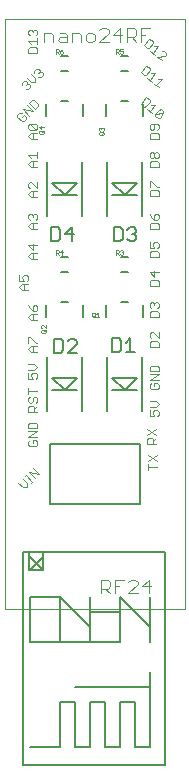
<source format=gto>
G75*
%MOIN*%
%OFA0B0*%
%FSLAX24Y24*%
%IPPOS*%
%LPD*%
%AMOC8*
5,1,8,0,0,1.08239X$1,22.5*
%
%ADD10C,0.0000*%
%ADD11C,0.0030*%
%ADD12C,0.0040*%
%ADD13C,0.0060*%
%ADD14C,0.0050*%
%ADD15C,0.0010*%
D10*
X000505Y005297D02*
X000505Y024982D01*
X006525Y024982D01*
X006525Y005297D01*
X000505Y005297D01*
D11*
X001107Y009386D02*
X001244Y009386D01*
X001244Y009523D01*
X001107Y009660D01*
X001179Y009731D02*
X001247Y009799D01*
X001213Y009765D02*
X001418Y009560D01*
X001384Y009526D02*
X001452Y009594D01*
X001523Y009665D02*
X001318Y009870D01*
X001660Y009802D01*
X001455Y010007D01*
X001542Y010743D02*
X001348Y010743D01*
X001300Y010792D01*
X001300Y010888D01*
X001348Y010937D01*
X001445Y010937D02*
X001445Y010840D01*
X001445Y010937D02*
X001542Y010937D01*
X001590Y010888D01*
X001590Y010792D01*
X001542Y010743D01*
X001590Y011038D02*
X001300Y011038D01*
X001590Y011231D01*
X001300Y011231D01*
X001300Y011332D02*
X001300Y011478D01*
X001348Y011526D01*
X001542Y011526D01*
X001590Y011478D01*
X001590Y011332D01*
X001300Y011332D01*
X001300Y011893D02*
X001300Y012038D01*
X001348Y012087D01*
X001445Y012087D01*
X001493Y012038D01*
X001493Y011893D01*
X001493Y011990D02*
X001590Y012087D01*
X001542Y012188D02*
X001590Y012236D01*
X001590Y012333D01*
X001542Y012381D01*
X001493Y012381D01*
X001445Y012333D01*
X001445Y012236D01*
X001397Y012188D01*
X001348Y012188D01*
X001300Y012236D01*
X001300Y012333D01*
X001348Y012381D01*
X001300Y012482D02*
X001300Y012676D01*
X001300Y012579D02*
X001590Y012579D01*
X001542Y012993D02*
X001590Y013042D01*
X001590Y013138D01*
X001542Y013187D01*
X001445Y013187D01*
X001397Y013138D01*
X001397Y013090D01*
X001445Y012993D01*
X001300Y012993D01*
X001300Y013187D01*
X001300Y013288D02*
X001493Y013288D01*
X001590Y013385D01*
X001493Y013481D01*
X001300Y013481D01*
X001397Y013893D02*
X001300Y013990D01*
X001397Y014087D01*
X001590Y014087D01*
X001590Y014188D02*
X001542Y014188D01*
X001348Y014381D01*
X001300Y014381D01*
X001300Y014188D01*
X001397Y013893D02*
X001590Y013893D01*
X001445Y013893D02*
X001445Y014087D01*
X001445Y014943D02*
X001445Y015137D01*
X001397Y015137D02*
X001590Y015137D01*
X001542Y015238D02*
X001590Y015286D01*
X001590Y015383D01*
X001542Y015431D01*
X001493Y015431D01*
X001445Y015383D01*
X001445Y015238D01*
X001542Y015238D01*
X001445Y015238D02*
X001348Y015335D01*
X001300Y015431D01*
X001397Y015137D02*
X001300Y015040D01*
X001397Y014943D01*
X001590Y014943D01*
X001290Y015943D02*
X001097Y015943D01*
X001000Y016040D01*
X001097Y016137D01*
X001290Y016137D01*
X001242Y016238D02*
X001290Y016286D01*
X001290Y016383D01*
X001242Y016431D01*
X001145Y016431D01*
X001097Y016383D01*
X001097Y016335D01*
X001145Y016238D01*
X001000Y016238D01*
X001000Y016431D01*
X001145Y016137D02*
X001145Y015943D01*
X001397Y016993D02*
X001300Y017090D01*
X001397Y017187D01*
X001590Y017187D01*
X001590Y016993D02*
X001397Y016993D01*
X001445Y016993D02*
X001445Y017187D01*
X001445Y017288D02*
X001445Y017481D01*
X001300Y017433D02*
X001445Y017288D01*
X001590Y017433D02*
X001300Y017433D01*
X001397Y017993D02*
X001300Y018090D01*
X001397Y018187D01*
X001590Y018187D01*
X001542Y018288D02*
X001590Y018336D01*
X001590Y018433D01*
X001542Y018481D01*
X001493Y018481D01*
X001445Y018433D01*
X001445Y018385D01*
X001445Y018433D02*
X001397Y018481D01*
X001348Y018481D01*
X001300Y018433D01*
X001300Y018336D01*
X001348Y018288D01*
X001445Y018187D02*
X001445Y017993D01*
X001397Y017993D02*
X001590Y017993D01*
X001590Y019043D02*
X001397Y019043D01*
X001300Y019140D01*
X001397Y019237D01*
X001590Y019237D01*
X001590Y019338D02*
X001397Y019531D01*
X001348Y019531D01*
X001300Y019483D01*
X001300Y019386D01*
X001348Y019338D01*
X001445Y019237D02*
X001445Y019043D01*
X001590Y019338D02*
X001590Y019531D01*
X001590Y020043D02*
X001397Y020043D01*
X001300Y020140D01*
X001397Y020237D01*
X001590Y020237D01*
X001590Y020338D02*
X001590Y020531D01*
X001590Y020435D02*
X001300Y020435D01*
X001397Y020338D01*
X001445Y020237D02*
X001445Y020043D01*
X001445Y020993D02*
X001445Y021187D01*
X001397Y021187D02*
X001590Y021187D01*
X001542Y021288D02*
X001590Y021336D01*
X001590Y021433D01*
X001542Y021481D01*
X001348Y021481D01*
X001542Y021288D01*
X001348Y021288D01*
X001300Y021336D01*
X001300Y021433D01*
X001348Y021481D01*
X001313Y021758D02*
X001108Y021963D01*
X001450Y021895D01*
X001245Y022100D01*
X001316Y022171D02*
X001419Y022274D01*
X001487Y022274D01*
X001624Y022137D01*
X001624Y022069D01*
X001522Y021966D01*
X001316Y022171D01*
X001139Y021789D02*
X001071Y021720D01*
X001139Y021789D02*
X001208Y021720D01*
X001208Y021652D01*
X001139Y021584D01*
X001071Y021584D01*
X000934Y021720D01*
X000934Y021789D01*
X001002Y021857D01*
X001071Y021857D01*
X001397Y021187D02*
X001300Y021090D01*
X001397Y020993D01*
X001590Y020993D01*
X001289Y022634D02*
X001221Y022634D01*
X001289Y022634D02*
X001358Y022702D01*
X001358Y022770D01*
X001323Y022805D01*
X001255Y022805D01*
X001221Y022770D01*
X001255Y022805D02*
X001255Y022873D01*
X001221Y022907D01*
X001152Y022907D01*
X001084Y022839D01*
X001084Y022770D01*
X001258Y023013D02*
X001395Y022876D01*
X001532Y022876D01*
X001532Y023013D01*
X001395Y023150D01*
X001501Y023187D02*
X001501Y023256D01*
X001569Y023324D01*
X001637Y023324D01*
X001672Y023290D01*
X001672Y023221D01*
X001740Y023221D01*
X001774Y023187D01*
X001774Y023119D01*
X001706Y023050D01*
X001637Y023050D01*
X001637Y023187D02*
X001672Y023221D01*
X001590Y023843D02*
X001590Y023988D01*
X001542Y024037D01*
X001348Y024037D01*
X001300Y023988D01*
X001300Y023843D01*
X001590Y023843D01*
X001590Y024138D02*
X001590Y024331D01*
X001590Y024235D02*
X001300Y024235D01*
X001397Y024138D01*
X001348Y024432D02*
X001300Y024481D01*
X001300Y024578D01*
X001348Y024626D01*
X001397Y024626D01*
X001445Y024578D01*
X001493Y024626D01*
X001542Y024626D01*
X001590Y024578D01*
X001590Y024481D01*
X001542Y024432D01*
X001445Y024529D02*
X001445Y024578D01*
X001590Y011893D02*
X001300Y011893D01*
X000970Y009523D02*
X001107Y009386D01*
X005154Y022060D02*
X005043Y022153D01*
X005230Y022375D01*
X005341Y022282D01*
X005347Y022214D01*
X005223Y022066D01*
X005154Y022060D01*
X005269Y021964D02*
X005417Y021839D01*
X005343Y021901D02*
X005530Y022124D01*
X005393Y022112D01*
X005650Y021960D02*
X005526Y021811D01*
X005798Y021835D01*
X005674Y021687D01*
X005606Y021681D01*
X005532Y021743D01*
X005526Y021811D01*
X005495Y021481D02*
X005495Y021336D01*
X005447Y021288D01*
X005398Y021288D01*
X005350Y021336D01*
X005350Y021433D01*
X005398Y021481D01*
X005592Y021481D01*
X005640Y021433D01*
X005640Y021336D01*
X005592Y021288D01*
X005592Y021187D02*
X005398Y021187D01*
X005350Y021138D01*
X005350Y020993D01*
X005640Y020993D01*
X005640Y021138D01*
X005592Y021187D01*
X005592Y020531D02*
X005640Y020483D01*
X005640Y020386D01*
X005592Y020338D01*
X005543Y020338D01*
X005495Y020386D01*
X005495Y020483D01*
X005543Y020531D01*
X005592Y020531D01*
X005495Y020483D02*
X005447Y020531D01*
X005398Y020531D01*
X005350Y020483D01*
X005350Y020386D01*
X005398Y020338D01*
X005447Y020338D01*
X005495Y020386D01*
X005592Y020237D02*
X005398Y020237D01*
X005350Y020188D01*
X005350Y020043D01*
X005640Y020043D01*
X005640Y020188D01*
X005592Y020237D01*
X005398Y019581D02*
X005592Y019388D01*
X005640Y019388D01*
X005592Y019287D02*
X005398Y019287D01*
X005350Y019238D01*
X005350Y019093D01*
X005640Y019093D01*
X005640Y019238D01*
X005592Y019287D01*
X005398Y019581D02*
X005350Y019581D01*
X005350Y019388D01*
X005350Y018481D02*
X005398Y018385D01*
X005495Y018288D01*
X005495Y018433D01*
X005543Y018481D01*
X005592Y018481D01*
X005640Y018433D01*
X005640Y018336D01*
X005592Y018288D01*
X005495Y018288D01*
X005592Y018187D02*
X005398Y018187D01*
X005350Y018138D01*
X005350Y017993D01*
X005640Y017993D01*
X005640Y018138D01*
X005592Y018187D01*
X005592Y017531D02*
X005495Y017531D01*
X005447Y017483D01*
X005447Y017435D01*
X005495Y017338D01*
X005350Y017338D01*
X005350Y017531D01*
X005398Y017237D02*
X005350Y017188D01*
X005350Y017043D01*
X005640Y017043D01*
X005640Y017188D01*
X005592Y017237D01*
X005398Y017237D01*
X005592Y017338D02*
X005640Y017386D01*
X005640Y017483D01*
X005592Y017531D01*
X005495Y016581D02*
X005495Y016388D01*
X005350Y016533D01*
X005640Y016533D01*
X005592Y016287D02*
X005398Y016287D01*
X005350Y016238D01*
X005350Y016093D01*
X005640Y016093D01*
X005640Y016238D01*
X005592Y016287D01*
X005592Y015531D02*
X005640Y015483D01*
X005640Y015386D01*
X005592Y015338D01*
X005592Y015237D02*
X005398Y015237D01*
X005350Y015188D01*
X005350Y015043D01*
X005640Y015043D01*
X005640Y015188D01*
X005592Y015237D01*
X005495Y015435D02*
X005495Y015483D01*
X005543Y015531D01*
X005592Y015531D01*
X005495Y015483D02*
X005447Y015531D01*
X005398Y015531D01*
X005350Y015483D01*
X005350Y015386D01*
X005398Y015338D01*
X005398Y014531D02*
X005350Y014483D01*
X005350Y014386D01*
X005398Y014338D01*
X005398Y014237D02*
X005350Y014188D01*
X005350Y014043D01*
X005640Y014043D01*
X005640Y014188D01*
X005592Y014237D01*
X005398Y014237D01*
X005640Y014338D02*
X005447Y014531D01*
X005398Y014531D01*
X005640Y014531D02*
X005640Y014338D01*
X005592Y013426D02*
X005398Y013426D01*
X005350Y013378D01*
X005350Y013232D01*
X005640Y013232D01*
X005640Y013378D01*
X005592Y013426D01*
X005640Y013131D02*
X005350Y013131D01*
X005350Y012938D02*
X005640Y013131D01*
X005640Y012938D02*
X005350Y012938D01*
X005398Y012837D02*
X005350Y012788D01*
X005350Y012692D01*
X005398Y012643D01*
X005592Y012643D01*
X005640Y012692D01*
X005640Y012788D01*
X005592Y012837D01*
X005495Y012837D01*
X005495Y012740D01*
X005543Y012231D02*
X005350Y012231D01*
X005350Y012038D02*
X005543Y012038D01*
X005640Y012135D01*
X005543Y012231D01*
X005495Y011937D02*
X005592Y011937D01*
X005640Y011888D01*
X005640Y011792D01*
X005592Y011743D01*
X005495Y011743D02*
X005447Y011840D01*
X005447Y011888D01*
X005495Y011937D01*
X005495Y011743D02*
X005350Y011743D01*
X005350Y011937D01*
X005270Y011311D02*
X005560Y011118D01*
X005560Y011017D02*
X005463Y010920D01*
X005463Y010968D02*
X005463Y010823D01*
X005463Y010968D02*
X005415Y011017D01*
X005318Y011017D01*
X005270Y010968D01*
X005270Y010823D01*
X005560Y010823D01*
X005580Y010441D02*
X005290Y010248D01*
X005290Y010147D02*
X005290Y009953D01*
X005290Y010050D02*
X005580Y010050D01*
X005580Y010248D02*
X005290Y010441D01*
X005270Y011118D02*
X005560Y011311D01*
X005798Y021835D02*
X005792Y021903D01*
X005718Y021966D01*
X005650Y021960D01*
X005643Y022700D02*
X005495Y022824D01*
X005569Y022762D02*
X005755Y022984D01*
X005619Y022972D01*
X005530Y023174D02*
X005343Y022951D01*
X005417Y022889D02*
X005269Y023014D01*
X005223Y023116D02*
X005347Y023264D01*
X005341Y023332D01*
X005230Y023425D01*
X005043Y023203D01*
X005154Y023110D01*
X005223Y023116D01*
X005393Y023162D02*
X005530Y023174D01*
X005743Y023600D02*
X005595Y023724D01*
X005867Y023748D01*
X005898Y023785D01*
X005892Y023853D01*
X005818Y023916D01*
X005750Y023910D01*
X005630Y024074D02*
X005443Y023851D01*
X005517Y023789D02*
X005369Y023914D01*
X005323Y024016D02*
X005447Y024164D01*
X005441Y024232D01*
X005330Y024325D01*
X005143Y024103D01*
X005254Y024010D01*
X005323Y024016D01*
X005493Y024062D02*
X005630Y024074D01*
D12*
X005355Y024677D02*
X005048Y024677D01*
X005048Y024217D01*
X005048Y024447D02*
X005201Y024447D01*
X004894Y024447D02*
X004818Y024371D01*
X004587Y024371D01*
X004587Y024217D02*
X004587Y024677D01*
X004818Y024677D01*
X004894Y024601D01*
X004894Y024447D01*
X004741Y024371D02*
X004894Y024217D01*
X004434Y024447D02*
X004127Y024447D01*
X004357Y024677D01*
X004357Y024217D01*
X003973Y024217D02*
X003667Y024217D01*
X003973Y024524D01*
X003973Y024601D01*
X003897Y024677D01*
X003743Y024677D01*
X003667Y024601D01*
X003513Y024447D02*
X003513Y024294D01*
X003436Y024217D01*
X003283Y024217D01*
X003206Y024294D01*
X003206Y024447D01*
X003283Y024524D01*
X003436Y024524D01*
X003513Y024447D01*
X003053Y024447D02*
X003053Y024217D01*
X003053Y024447D02*
X002976Y024524D01*
X002746Y024524D01*
X002746Y024217D01*
X002592Y024217D02*
X002362Y024217D01*
X002285Y024294D01*
X002362Y024371D01*
X002592Y024371D01*
X002592Y024447D02*
X002592Y024217D01*
X002592Y024447D02*
X002516Y024524D01*
X002362Y024524D01*
X002132Y024447D02*
X002132Y024217D01*
X002132Y024447D02*
X002055Y024524D01*
X001825Y024524D01*
X001825Y024217D01*
X003716Y006294D02*
X003946Y006294D01*
X004022Y006218D01*
X004022Y006064D01*
X003946Y005987D01*
X003716Y005987D01*
X003716Y005834D02*
X003716Y006294D01*
X003869Y005987D02*
X004022Y005834D01*
X004176Y005834D02*
X004176Y006294D01*
X004483Y006294D01*
X004329Y006064D02*
X004176Y006064D01*
X004636Y006218D02*
X004713Y006294D01*
X004867Y006294D01*
X004943Y006218D01*
X004943Y006141D01*
X004636Y005834D01*
X004943Y005834D01*
X005097Y006064D02*
X005404Y006064D01*
X005327Y005834D02*
X005327Y006294D01*
X005097Y006064D01*
D13*
X005080Y011897D02*
X005080Y013697D01*
X004923Y013018D02*
X004087Y013018D01*
X004505Y012600D01*
X004923Y013018D01*
X004923Y012600D02*
X004505Y012600D01*
X004087Y012600D01*
X003930Y011897D02*
X003930Y013697D01*
X003886Y015037D02*
X003886Y015454D01*
X004389Y015557D02*
X004627Y015557D01*
X004623Y016561D02*
X004387Y016561D01*
X004387Y017033D02*
X004623Y017033D01*
X005080Y018397D02*
X005080Y020197D01*
X004923Y019518D02*
X004087Y019518D01*
X004505Y019100D01*
X004923Y019518D01*
X004923Y019100D02*
X004505Y019100D01*
X004087Y019100D01*
X003930Y018397D02*
X003930Y020197D01*
X003886Y021737D02*
X003886Y022154D01*
X004389Y022257D02*
X004627Y022257D01*
X004623Y023261D02*
X004387Y023261D01*
X004387Y023733D02*
X004623Y023733D01*
X005124Y022154D02*
X005124Y021737D01*
X005124Y015454D02*
X005124Y015037D01*
X003124Y015037D02*
X003124Y015454D01*
X002627Y015557D02*
X002389Y015557D01*
X002387Y016561D02*
X002623Y016561D01*
X002623Y017033D02*
X002387Y017033D01*
X001930Y018397D02*
X001930Y020197D01*
X002087Y019518D02*
X002923Y019518D01*
X002505Y019100D01*
X002087Y019518D01*
X002087Y019100D02*
X002505Y019100D01*
X002923Y019100D01*
X003080Y018397D02*
X003080Y020197D01*
X003124Y021737D02*
X003124Y022154D01*
X002627Y022257D02*
X002389Y022257D01*
X002387Y023261D02*
X002623Y023261D01*
X002623Y023733D02*
X002387Y023733D01*
X001886Y022154D02*
X001886Y021737D01*
X001886Y015454D02*
X001886Y015037D01*
X001930Y013697D02*
X001930Y011897D01*
X002087Y012600D02*
X002505Y012600D01*
X002087Y013018D01*
X002923Y013018D01*
X002505Y012600D01*
X002923Y012600D01*
X003080Y011897D02*
X003080Y013697D01*
D14*
X001133Y007212D02*
X001133Y000125D01*
X005857Y000125D01*
X005857Y007212D01*
X001786Y007212D01*
X001786Y006613D01*
X001322Y006613D01*
X001322Y006625D01*
X001353Y006625D01*
X001778Y007050D01*
X001786Y007212D02*
X001133Y007212D01*
X001322Y007200D02*
X001322Y007078D01*
X001774Y006625D01*
X001353Y006625D01*
X001322Y006625D02*
X001322Y007078D01*
X001357Y005712D02*
X002357Y005712D01*
X003357Y004712D01*
X003357Y005212D01*
X004357Y005212D01*
X004357Y004212D01*
X003357Y004212D01*
X002357Y004212D01*
X001357Y004212D01*
X001357Y005712D01*
X002005Y008797D02*
X002005Y010797D01*
X005005Y010797D01*
X005005Y008797D01*
X002005Y008797D01*
X002357Y005712D02*
X002357Y004212D01*
X002857Y002712D02*
X005357Y002712D01*
X005357Y000712D01*
X004857Y000712D01*
X004857Y002212D01*
X004357Y002212D01*
X004357Y000712D01*
X003857Y000712D01*
X003857Y002212D01*
X003357Y002212D01*
X003357Y000712D01*
X002857Y000712D01*
X002857Y002212D01*
X002357Y002212D01*
X002357Y000712D01*
X001357Y000712D01*
X003357Y004212D02*
X003357Y004712D01*
X003357Y005212D02*
X003357Y005712D01*
X004357Y005712D02*
X004357Y005212D01*
X004357Y005712D02*
X005357Y004712D01*
X005357Y004212D01*
X005357Y004712D02*
X005357Y005712D01*
X005357Y003212D02*
X005357Y002712D01*
X004853Y013884D02*
X004553Y013884D01*
X004553Y014184D02*
X004703Y014334D01*
X004703Y013884D01*
X004393Y013959D02*
X004393Y014259D01*
X004318Y014334D01*
X004093Y014334D01*
X004093Y013884D01*
X004318Y013884D01*
X004393Y013959D01*
X004368Y017584D02*
X004143Y017584D01*
X004143Y018034D01*
X004368Y018034D01*
X004443Y017959D01*
X004443Y017659D01*
X004368Y017584D01*
X004603Y017659D02*
X004678Y017584D01*
X004828Y017584D01*
X004903Y017659D01*
X004903Y017734D01*
X004828Y017809D01*
X004753Y017809D01*
X004828Y017809D02*
X004903Y017884D01*
X004903Y017959D01*
X004828Y018034D01*
X004678Y018034D01*
X004603Y017959D01*
X002832Y014311D02*
X002907Y014236D01*
X002907Y014160D01*
X002607Y013860D01*
X002907Y013860D01*
X002832Y014311D02*
X002682Y014311D01*
X002607Y014236D01*
X002447Y014236D02*
X002447Y013935D01*
X002372Y013860D01*
X002147Y013860D01*
X002147Y014311D01*
X002372Y014311D01*
X002447Y014236D01*
X002278Y017584D02*
X002053Y017584D01*
X002053Y018034D01*
X002278Y018034D01*
X002353Y017959D01*
X002353Y017659D01*
X002278Y017584D01*
X002513Y017809D02*
X002813Y017809D01*
X002738Y017584D02*
X002738Y018034D01*
X002513Y017809D01*
D15*
X002432Y017277D02*
X002357Y017202D01*
X002457Y017202D01*
X002432Y017127D02*
X002432Y017277D01*
X002310Y017252D02*
X002310Y017202D01*
X002285Y017177D01*
X002210Y017177D01*
X002210Y017127D02*
X002210Y017277D01*
X002285Y017277D01*
X002310Y017252D01*
X002260Y017177D02*
X002310Y017127D01*
X001880Y014765D02*
X001880Y014665D01*
X001780Y014765D01*
X001755Y014765D01*
X001730Y014740D01*
X001730Y014690D01*
X001755Y014665D01*
X001755Y014617D02*
X001855Y014617D01*
X001880Y014592D01*
X001880Y014542D01*
X001855Y014517D01*
X001755Y014517D01*
X001730Y014542D01*
X001730Y014592D01*
X001755Y014617D01*
X001830Y014567D02*
X001880Y014617D01*
X003415Y015067D02*
X003440Y015042D01*
X003490Y015042D01*
X003515Y015067D01*
X003515Y015167D01*
X003490Y015192D01*
X003440Y015192D01*
X003415Y015167D01*
X003415Y015067D01*
X003465Y015092D02*
X003515Y015042D01*
X003563Y015042D02*
X003663Y015042D01*
X003613Y015042D02*
X003613Y015192D01*
X003563Y015142D01*
X004210Y017127D02*
X004210Y017277D01*
X004285Y017277D01*
X004310Y017252D01*
X004310Y017202D01*
X004285Y017177D01*
X004210Y017177D01*
X004260Y017177D02*
X004310Y017127D01*
X004357Y017152D02*
X004382Y017127D01*
X004432Y017127D01*
X004457Y017152D01*
X004457Y017177D01*
X004432Y017202D01*
X004407Y017202D01*
X004432Y017202D02*
X004457Y017227D01*
X004457Y017252D01*
X004432Y017277D01*
X004382Y017277D01*
X004357Y017252D01*
X003785Y021107D02*
X003685Y021107D01*
X003660Y021132D01*
X003660Y021182D01*
X003685Y021207D01*
X003785Y021207D01*
X003810Y021182D01*
X003810Y021132D01*
X003785Y021107D01*
X003760Y021157D02*
X003810Y021207D01*
X003785Y021255D02*
X003810Y021280D01*
X003810Y021330D01*
X003785Y021355D01*
X003760Y021355D01*
X003735Y021330D01*
X003735Y021305D01*
X003735Y021330D02*
X003710Y021355D01*
X003685Y021355D01*
X003660Y021330D01*
X003660Y021280D01*
X003685Y021255D01*
X004210Y023827D02*
X004210Y023977D01*
X004285Y023977D01*
X004310Y023952D01*
X004310Y023902D01*
X004285Y023877D01*
X004210Y023877D01*
X004260Y023877D02*
X004310Y023827D01*
X004357Y023852D02*
X004382Y023827D01*
X004432Y023827D01*
X004457Y023852D01*
X004457Y023902D01*
X004432Y023927D01*
X004407Y023927D01*
X004357Y023902D01*
X004357Y023977D01*
X004457Y023977D01*
X002457Y023977D02*
X002407Y023952D01*
X002357Y023902D01*
X002432Y023902D01*
X002457Y023877D01*
X002457Y023852D01*
X002432Y023827D01*
X002382Y023827D01*
X002357Y023852D01*
X002357Y023902D01*
X002310Y023902D02*
X002285Y023877D01*
X002210Y023877D01*
X002210Y023827D02*
X002210Y023977D01*
X002285Y023977D01*
X002310Y023952D01*
X002310Y023902D01*
X002260Y023877D02*
X002310Y023827D01*
X001735Y021405D02*
X001735Y021305D01*
X001660Y021380D01*
X001810Y021380D01*
X001810Y021257D02*
X001760Y021207D01*
X001810Y021182D02*
X001785Y021157D01*
X001685Y021157D01*
X001660Y021182D01*
X001660Y021232D01*
X001685Y021257D01*
X001785Y021257D01*
X001810Y021232D01*
X001810Y021182D01*
M02*

</source>
